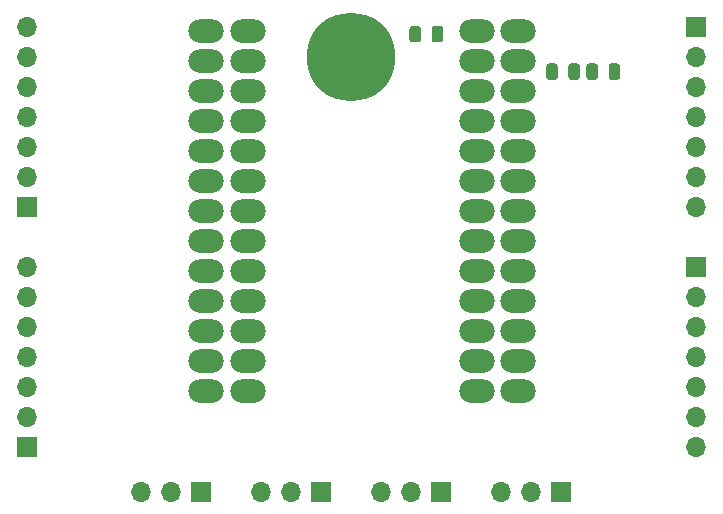
<source format=gbr>
G04 #@! TF.GenerationSoftware,KiCad,Pcbnew,5.1.12-84ad8e8a86~92~ubuntu20.04.1*
G04 #@! TF.CreationDate,2021-12-19T18:17:29-08:00*
G04 #@! TF.ProjectId,ft4232h-breakout,66743432-3332-4682-9d62-7265616b6f75,Jun2021b*
G04 #@! TF.SameCoordinates,Original*
G04 #@! TF.FileFunction,Soldermask,Top*
G04 #@! TF.FilePolarity,Negative*
%FSLAX46Y46*%
G04 Gerber Fmt 4.6, Leading zero omitted, Abs format (unit mm)*
G04 Created by KiCad (PCBNEW 5.1.12-84ad8e8a86~92~ubuntu20.04.1) date 2021-12-19 18:17:29*
%MOMM*%
%LPD*%
G01*
G04 APERTURE LIST*
%ADD10C,7.500000*%
%ADD11O,1.700000X1.700000*%
%ADD12R,1.700000X1.700000*%
%ADD13O,3.000000X2.000000*%
G04 APERTURE END LIST*
D10*
G04 #@! TO.C,TP1*
X99060000Y-87630000D03*
G04 #@! TD*
D11*
G04 #@! TO.C,J8*
X71628000Y-85090000D03*
X71628000Y-87630000D03*
X71628000Y-90170000D03*
X71628000Y-92710000D03*
X71628000Y-95250000D03*
X71628000Y-97790000D03*
D12*
X71628000Y-100330000D03*
G04 #@! TD*
D11*
G04 #@! TO.C,J5*
X71628000Y-105410000D03*
X71628000Y-107950000D03*
X71628000Y-110490000D03*
X71628000Y-113030000D03*
X71628000Y-115570000D03*
X71628000Y-118110000D03*
D12*
X71628000Y-120650000D03*
G04 #@! TD*
D11*
G04 #@! TO.C,J4*
X81280000Y-124460000D03*
X83820000Y-124460000D03*
D12*
X86360000Y-124460000D03*
G04 #@! TD*
D11*
G04 #@! TO.C,J3*
X91440000Y-124460000D03*
X93980000Y-124460000D03*
D12*
X96520000Y-124460000D03*
G04 #@! TD*
G04 #@! TO.C,R2*
G36*
G01*
X119946000Y-88443750D02*
X119946000Y-89356250D01*
G75*
G02*
X119702250Y-89600000I-243750J0D01*
G01*
X119214750Y-89600000D01*
G75*
G02*
X118971000Y-89356250I0J243750D01*
G01*
X118971000Y-88443750D01*
G75*
G02*
X119214750Y-88200000I243750J0D01*
G01*
X119702250Y-88200000D01*
G75*
G02*
X119946000Y-88443750I0J-243750D01*
G01*
G37*
G36*
G01*
X121821000Y-88443750D02*
X121821000Y-89356250D01*
G75*
G02*
X121577250Y-89600000I-243750J0D01*
G01*
X121089750Y-89600000D01*
G75*
G02*
X120846000Y-89356250I0J243750D01*
G01*
X120846000Y-88443750D01*
G75*
G02*
X121089750Y-88200000I243750J0D01*
G01*
X121577250Y-88200000D01*
G75*
G02*
X121821000Y-88443750I0J-243750D01*
G01*
G37*
G04 #@! TD*
G04 #@! TO.C,D1*
G36*
G01*
X117450000Y-89356250D02*
X117450000Y-88443750D01*
G75*
G02*
X117693750Y-88200000I243750J0D01*
G01*
X118181250Y-88200000D01*
G75*
G02*
X118425000Y-88443750I0J-243750D01*
G01*
X118425000Y-89356250D01*
G75*
G02*
X118181250Y-89600000I-243750J0D01*
G01*
X117693750Y-89600000D01*
G75*
G02*
X117450000Y-89356250I0J243750D01*
G01*
G37*
G36*
G01*
X115575000Y-89356250D02*
X115575000Y-88443750D01*
G75*
G02*
X115818750Y-88200000I243750J0D01*
G01*
X116306250Y-88200000D01*
G75*
G02*
X116550000Y-88443750I0J-243750D01*
G01*
X116550000Y-89356250D01*
G75*
G02*
X116306250Y-89600000I-243750J0D01*
G01*
X115818750Y-89600000D01*
G75*
G02*
X115575000Y-89356250I0J243750D01*
G01*
G37*
G04 #@! TD*
D13*
G04 #@! TO.C,X1*
X90325000Y-115940000D03*
X113200000Y-110860000D03*
X90325000Y-108320000D03*
X113200000Y-115940000D03*
X109675000Y-115940000D03*
X109675000Y-110860000D03*
X86800000Y-115940000D03*
X90325000Y-105780000D03*
X109675000Y-113400000D03*
X109675000Y-108320000D03*
X113200000Y-105780000D03*
X109675000Y-105780000D03*
X90325000Y-113400000D03*
X86800000Y-105780000D03*
X113200000Y-113400000D03*
X90325000Y-110860000D03*
X86800000Y-108320000D03*
X86800000Y-110860000D03*
X113200000Y-108320000D03*
X86800000Y-113400000D03*
X113200000Y-98160000D03*
X109675000Y-98160000D03*
X86800000Y-100700000D03*
X113200000Y-95620000D03*
X109675000Y-100700000D03*
X90325000Y-100700000D03*
X86800000Y-95620000D03*
X109675000Y-95620000D03*
X113200000Y-100700000D03*
X90325000Y-95620000D03*
X90325000Y-103240000D03*
X113200000Y-103240000D03*
X90325000Y-98160000D03*
X109675000Y-103240000D03*
X86800000Y-103240000D03*
X86800000Y-98160000D03*
X113200000Y-93080000D03*
X109675000Y-93080000D03*
X113200000Y-90540000D03*
X86800000Y-90540000D03*
X109675000Y-90540000D03*
X90325000Y-90540000D03*
X90325000Y-93080000D03*
X86800000Y-93080000D03*
X113200000Y-88000000D03*
X86800000Y-88000000D03*
X109675000Y-88000000D03*
X90325000Y-88000000D03*
X86800000Y-85460000D03*
X113200000Y-85460000D03*
X90325000Y-85460000D03*
X109675000Y-85460000D03*
G04 #@! TD*
D11*
G04 #@! TO.C,J7*
X128270000Y-120650000D03*
X128270000Y-118110000D03*
X128270000Y-115570000D03*
X128270000Y-113030000D03*
X128270000Y-110490000D03*
X128270000Y-107950000D03*
D12*
X128270000Y-105410000D03*
G04 #@! TD*
D11*
G04 #@! TO.C,J6*
X128270000Y-100330000D03*
X128270000Y-97790000D03*
X128270000Y-95250000D03*
X128270000Y-92710000D03*
X128270000Y-90170000D03*
X128270000Y-87630000D03*
D12*
X128270000Y-85090000D03*
G04 #@! TD*
D11*
G04 #@! TO.C,J2*
X101600000Y-124460000D03*
X104140000Y-124460000D03*
D12*
X106680000Y-124460000D03*
G04 #@! TD*
D11*
G04 #@! TO.C,J1*
X111760000Y-124460000D03*
X114300000Y-124460000D03*
D12*
X116840000Y-124460000D03*
G04 #@! TD*
G04 #@! TO.C,C1*
G36*
G01*
X105860000Y-86181250D02*
X105860000Y-85268750D01*
G75*
G02*
X106103750Y-85025000I243750J0D01*
G01*
X106591250Y-85025000D01*
G75*
G02*
X106835000Y-85268750I0J-243750D01*
G01*
X106835000Y-86181250D01*
G75*
G02*
X106591250Y-86425000I-243750J0D01*
G01*
X106103750Y-86425000D01*
G75*
G02*
X105860000Y-86181250I0J243750D01*
G01*
G37*
G36*
G01*
X103985000Y-86181250D02*
X103985000Y-85268750D01*
G75*
G02*
X104228750Y-85025000I243750J0D01*
G01*
X104716250Y-85025000D01*
G75*
G02*
X104960000Y-85268750I0J-243750D01*
G01*
X104960000Y-86181250D01*
G75*
G02*
X104716250Y-86425000I-243750J0D01*
G01*
X104228750Y-86425000D01*
G75*
G02*
X103985000Y-86181250I0J243750D01*
G01*
G37*
G04 #@! TD*
M02*

</source>
